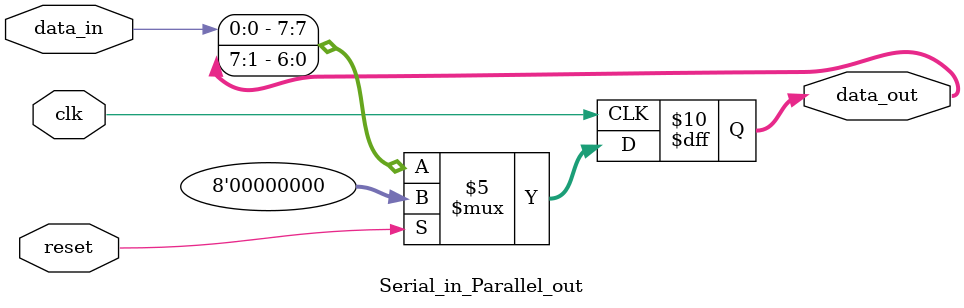
<source format=v>
`timescale 1ns / 1ps


module Serial_in_Parallel_out(clk, reset, data_in, data_out);
input clk;
input reset;
input data_in;
output reg [7:0] data_out;

reg [7:0] temp;

always@(posedge clk)
begin
    if (reset == 1)
    begin
        data_out = 8'b00000000;
    end
    
    else
    begin
        temp = data_out >> 1;
        data_out = { data_in, temp[6:0]};
    end
end
endmodule

</source>
